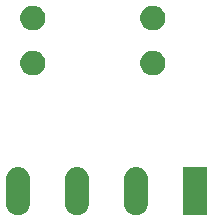
<source format=gbr>
G04 #@! TF.GenerationSoftware,KiCad,Pcbnew,(5.1.6)-1*
G04 #@! TF.CreationDate,2020-07-07T10:11:21-05:00*
G04 #@! TF.ProjectId,Ductos,44756374-6f73-42e6-9b69-6361645f7063,rev?*
G04 #@! TF.SameCoordinates,Original*
G04 #@! TF.FileFunction,Soldermask,Bot*
G04 #@! TF.FilePolarity,Negative*
%FSLAX46Y46*%
G04 Gerber Fmt 4.6, Leading zero omitted, Abs format (unit mm)*
G04 Created by KiCad (PCBNEW (5.1.6)-1) date 2020-07-07 10:11:21*
%MOMM*%
%LPD*%
G01*
G04 APERTURE LIST*
%ADD10C,0.100000*%
G04 APERTURE END LIST*
D10*
G36*
X39594072Y-74864063D02*
G01*
X39790301Y-74923589D01*
X39790303Y-74923590D01*
X39971145Y-75020252D01*
X40129660Y-75150340D01*
X40259747Y-75308854D01*
X40356411Y-75489699D01*
X40415937Y-75685928D01*
X40431000Y-75838868D01*
X40431000Y-77921132D01*
X40415937Y-78074072D01*
X40356411Y-78270300D01*
X40356410Y-78270303D01*
X40259748Y-78451145D01*
X40129660Y-78609660D01*
X40012437Y-78705860D01*
X39971146Y-78739747D01*
X39790300Y-78836411D01*
X39594071Y-78895937D01*
X39390000Y-78916036D01*
X39185928Y-78895937D01*
X38989699Y-78836411D01*
X38989697Y-78836410D01*
X38808855Y-78739748D01*
X38650340Y-78609660D01*
X38554140Y-78492437D01*
X38520253Y-78451146D01*
X38423589Y-78270300D01*
X38364063Y-78074071D01*
X38349000Y-77921131D01*
X38349001Y-75838868D01*
X38364064Y-75685928D01*
X38423590Y-75489699D01*
X38520254Y-75308854D01*
X38650341Y-75150340D01*
X38808856Y-75020252D01*
X38989698Y-74923590D01*
X38989700Y-74923589D01*
X39185929Y-74864063D01*
X39390000Y-74843964D01*
X39594072Y-74864063D01*
G37*
G36*
X44594072Y-74864063D02*
G01*
X44790301Y-74923589D01*
X44790303Y-74923590D01*
X44971145Y-75020252D01*
X45129660Y-75150340D01*
X45259747Y-75308854D01*
X45356411Y-75489699D01*
X45415937Y-75685928D01*
X45431000Y-75838868D01*
X45431000Y-77921132D01*
X45415937Y-78074072D01*
X45356411Y-78270300D01*
X45356410Y-78270303D01*
X45259748Y-78451145D01*
X45129660Y-78609660D01*
X45012437Y-78705860D01*
X44971146Y-78739747D01*
X44790300Y-78836411D01*
X44594071Y-78895937D01*
X44390000Y-78916036D01*
X44185928Y-78895937D01*
X43989699Y-78836411D01*
X43989697Y-78836410D01*
X43808855Y-78739748D01*
X43650340Y-78609660D01*
X43554140Y-78492437D01*
X43520253Y-78451146D01*
X43423589Y-78270300D01*
X43364063Y-78074071D01*
X43349000Y-77921131D01*
X43349001Y-75838868D01*
X43364064Y-75685928D01*
X43423590Y-75489699D01*
X43520254Y-75308854D01*
X43650341Y-75150340D01*
X43808856Y-75020252D01*
X43989698Y-74923590D01*
X43989700Y-74923589D01*
X44185929Y-74864063D01*
X44390000Y-74843964D01*
X44594072Y-74864063D01*
G37*
G36*
X49594072Y-74864063D02*
G01*
X49790301Y-74923589D01*
X49790303Y-74923590D01*
X49971145Y-75020252D01*
X50129660Y-75150340D01*
X50259747Y-75308854D01*
X50356411Y-75489699D01*
X50415937Y-75685928D01*
X50431000Y-75838868D01*
X50431000Y-77921132D01*
X50415937Y-78074072D01*
X50356411Y-78270300D01*
X50356410Y-78270303D01*
X50259748Y-78451145D01*
X50129660Y-78609660D01*
X50012437Y-78705860D01*
X49971146Y-78739747D01*
X49790300Y-78836411D01*
X49594071Y-78895937D01*
X49390000Y-78916036D01*
X49185928Y-78895937D01*
X48989699Y-78836411D01*
X48989697Y-78836410D01*
X48808855Y-78739748D01*
X48650340Y-78609660D01*
X48554140Y-78492437D01*
X48520253Y-78451146D01*
X48423589Y-78270300D01*
X48364063Y-78074071D01*
X48349000Y-77921131D01*
X48349001Y-75838868D01*
X48364064Y-75685928D01*
X48423590Y-75489699D01*
X48520254Y-75308854D01*
X48650341Y-75150340D01*
X48808856Y-75020252D01*
X48989698Y-74923590D01*
X48989700Y-74923589D01*
X49185929Y-74864063D01*
X49390000Y-74843964D01*
X49594072Y-74864063D01*
G37*
G36*
X55431000Y-78911000D02*
G01*
X53349000Y-78911000D01*
X53349000Y-74849000D01*
X55431000Y-74849000D01*
X55431000Y-78911000D01*
G37*
G36*
X51106564Y-65029389D02*
G01*
X51297833Y-65108615D01*
X51297835Y-65108616D01*
X51469973Y-65223635D01*
X51616365Y-65370027D01*
X51731385Y-65542167D01*
X51810611Y-65733436D01*
X51851000Y-65936484D01*
X51851000Y-66143516D01*
X51810611Y-66346564D01*
X51731385Y-66537833D01*
X51731384Y-66537835D01*
X51616365Y-66709973D01*
X51469973Y-66856365D01*
X51297835Y-66971384D01*
X51297834Y-66971385D01*
X51297833Y-66971385D01*
X51106564Y-67050611D01*
X50903516Y-67091000D01*
X50696484Y-67091000D01*
X50493436Y-67050611D01*
X50302167Y-66971385D01*
X50302166Y-66971385D01*
X50302165Y-66971384D01*
X50130027Y-66856365D01*
X49983635Y-66709973D01*
X49868616Y-66537835D01*
X49868615Y-66537833D01*
X49789389Y-66346564D01*
X49749000Y-66143516D01*
X49749000Y-65936484D01*
X49789389Y-65733436D01*
X49868615Y-65542167D01*
X49983635Y-65370027D01*
X50130027Y-65223635D01*
X50302165Y-65108616D01*
X50302167Y-65108615D01*
X50493436Y-65029389D01*
X50696484Y-64989000D01*
X50903516Y-64989000D01*
X51106564Y-65029389D01*
G37*
G36*
X40946564Y-65029389D02*
G01*
X41137833Y-65108615D01*
X41137835Y-65108616D01*
X41309973Y-65223635D01*
X41456365Y-65370027D01*
X41571385Y-65542167D01*
X41650611Y-65733436D01*
X41691000Y-65936484D01*
X41691000Y-66143516D01*
X41650611Y-66346564D01*
X41571385Y-66537833D01*
X41571384Y-66537835D01*
X41456365Y-66709973D01*
X41309973Y-66856365D01*
X41137835Y-66971384D01*
X41137834Y-66971385D01*
X41137833Y-66971385D01*
X40946564Y-67050611D01*
X40743516Y-67091000D01*
X40536484Y-67091000D01*
X40333436Y-67050611D01*
X40142167Y-66971385D01*
X40142166Y-66971385D01*
X40142165Y-66971384D01*
X39970027Y-66856365D01*
X39823635Y-66709973D01*
X39708616Y-66537835D01*
X39708615Y-66537833D01*
X39629389Y-66346564D01*
X39589000Y-66143516D01*
X39589000Y-65936484D01*
X39629389Y-65733436D01*
X39708615Y-65542167D01*
X39823635Y-65370027D01*
X39970027Y-65223635D01*
X40142165Y-65108616D01*
X40142167Y-65108615D01*
X40333436Y-65029389D01*
X40536484Y-64989000D01*
X40743516Y-64989000D01*
X40946564Y-65029389D01*
G37*
G36*
X51106564Y-61219389D02*
G01*
X51297833Y-61298615D01*
X51297835Y-61298616D01*
X51469973Y-61413635D01*
X51616365Y-61560027D01*
X51731385Y-61732167D01*
X51810611Y-61923436D01*
X51851000Y-62126484D01*
X51851000Y-62333516D01*
X51810611Y-62536564D01*
X51731385Y-62727833D01*
X51731384Y-62727835D01*
X51616365Y-62899973D01*
X51469973Y-63046365D01*
X51297835Y-63161384D01*
X51297834Y-63161385D01*
X51297833Y-63161385D01*
X51106564Y-63240611D01*
X50903516Y-63281000D01*
X50696484Y-63281000D01*
X50493436Y-63240611D01*
X50302167Y-63161385D01*
X50302166Y-63161385D01*
X50302165Y-63161384D01*
X50130027Y-63046365D01*
X49983635Y-62899973D01*
X49868616Y-62727835D01*
X49868615Y-62727833D01*
X49789389Y-62536564D01*
X49749000Y-62333516D01*
X49749000Y-62126484D01*
X49789389Y-61923436D01*
X49868615Y-61732167D01*
X49983635Y-61560027D01*
X50130027Y-61413635D01*
X50302165Y-61298616D01*
X50302167Y-61298615D01*
X50493436Y-61219389D01*
X50696484Y-61179000D01*
X50903516Y-61179000D01*
X51106564Y-61219389D01*
G37*
G36*
X40946564Y-61219389D02*
G01*
X41137833Y-61298615D01*
X41137835Y-61298616D01*
X41309973Y-61413635D01*
X41456365Y-61560027D01*
X41571385Y-61732167D01*
X41650611Y-61923436D01*
X41691000Y-62126484D01*
X41691000Y-62333516D01*
X41650611Y-62536564D01*
X41571385Y-62727833D01*
X41571384Y-62727835D01*
X41456365Y-62899973D01*
X41309973Y-63046365D01*
X41137835Y-63161384D01*
X41137834Y-63161385D01*
X41137833Y-63161385D01*
X40946564Y-63240611D01*
X40743516Y-63281000D01*
X40536484Y-63281000D01*
X40333436Y-63240611D01*
X40142167Y-63161385D01*
X40142166Y-63161385D01*
X40142165Y-63161384D01*
X39970027Y-63046365D01*
X39823635Y-62899973D01*
X39708616Y-62727835D01*
X39708615Y-62727833D01*
X39629389Y-62536564D01*
X39589000Y-62333516D01*
X39589000Y-62126484D01*
X39629389Y-61923436D01*
X39708615Y-61732167D01*
X39823635Y-61560027D01*
X39970027Y-61413635D01*
X40142165Y-61298616D01*
X40142167Y-61298615D01*
X40333436Y-61219389D01*
X40536484Y-61179000D01*
X40743516Y-61179000D01*
X40946564Y-61219389D01*
G37*
M02*

</source>
